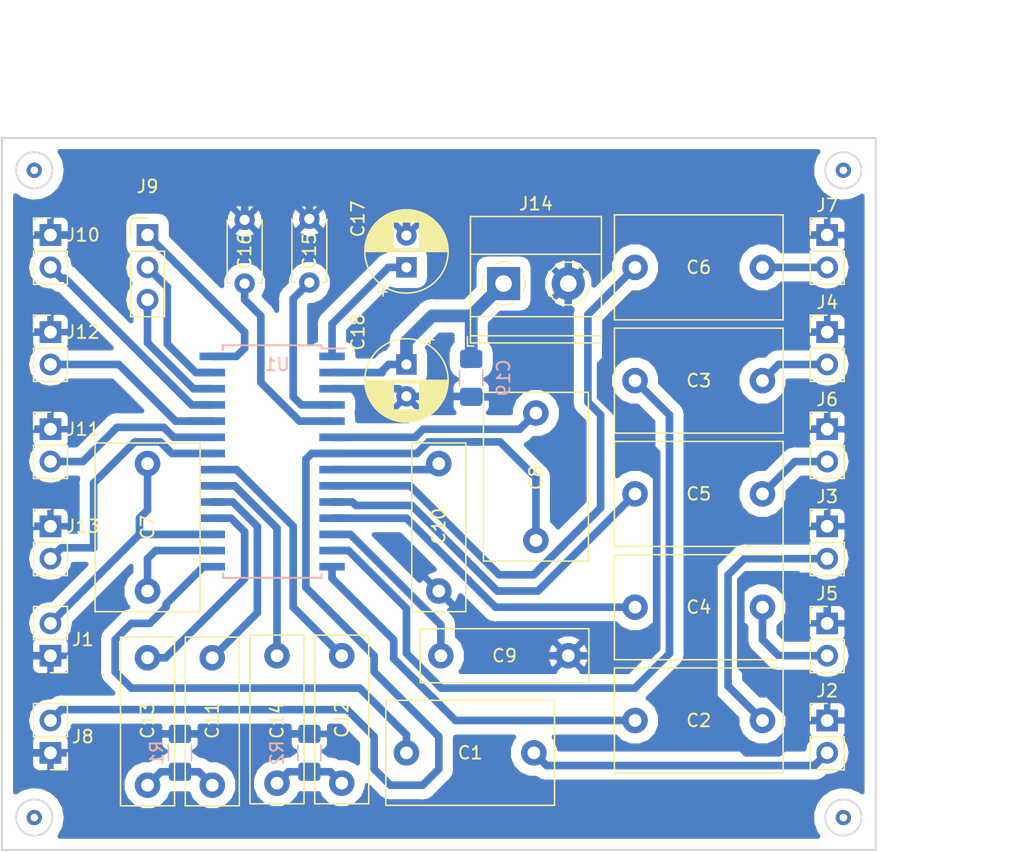
<source format=kicad_pcb>
(kicad_pcb (version 20171130) (host pcbnew 5.0.0)
  (layers (0 F.Cu signal) (31 B.Cu signal) (34 B.Paste user hide) (35 F.Paste user hide) (36 B.SilkS user) (37 F.SilkS user) (38 B.Mask user hide) (39 F.Mask user hide) (44 Edge.Cuts user))
  (net 0 "")
  (net 1 "Net-(C1-Pad2)")
  (net 2 "Net-(C1-Pad1)")
  (net 3 "Net-(C2-Pad1)")
  (net 4 "Net-(C2-Pad2)")
  (net 5 "Net-(C3-Pad2)")
  (net 6 "Net-(C3-Pad1)")
  (net 7 "Net-(C4-Pad1)")
  (net 8 "Net-(C4-Pad2)")
  (net 9 "Net-(C5-Pad2)")
  (net 10 "Net-(C5-Pad1)")
  (net 11 "Net-(C6-Pad1)")
  (net 12 "Net-(C6-Pad2)")
  (net 13 "Net-(C7-Pad2)")
  (net 14 "Net-(C7-Pad1)")
  (net 15 "Net-(C8-Pad1)")
  (net 16 "Net-(C8-Pad2)")
  (net 17 "Net-(C9-Pad2)")
  (net 18 GNDA)
  (net 19 "Net-(C10-Pad1)")
  (net 20 "Net-(C11-Pad1)")
  (net 21 "Net-(C11-Pad2)")
  (net 22 "Net-(C12-Pad2)")
  (net 23 "Net-(C12-Pad1)")
  (net 24 "Net-(C13-Pad2)")
  (net 25 "Net-(C14-Pad1)")
  (net 26 "Net-(C15-Pad2)")
  (net 27 "Net-(C16-Pad1)")
  (net 28 "Net-(C17-Pad1)")
  (net 29 GNDD)
  (net 30 +9VA)
  (net 31 "Net-(J9-Pad1)")
  (net 32 "Net-(J9-Pad2)")
  (net 33 "Net-(J10-Pad2)")
  (net 34 "Net-(J11-Pad2)")
  (net 35 "Net-(J12-Pad2)")
  (net 36 "Net-(J13-Pad2)")
  (module Capacitor_THT:C_Rect_L13.0mm_W8.0mm_P10.00mm_FKS3_FKP3_MKS4 (layer F.Cu) (at 218.44 109.22)
    (fp_text reference C1 (at 5 0) (layer F.SilkS))
    (fp_text value 0.47)
    (pad 1 thru_hole circle (at 0 0) (size 2 2) (drill 1) (layers *.Cu *.Mask) (net 2 "Net-(C1-Pad1)"))
    (pad 2 thru_hole circle (at 10 0) (size 2 2) (drill 1) (layers *.Cu *.Mask) (net 1 "Net-(C1-Pad2)"))
  )
  (module Capacitor_THT:C_Rect_L13.0mm_W8.0mm_P10.00mm_FKS3_FKP3_MKS4 (layer F.Cu) (at 236.38 106.68)
    (fp_text reference C2 (at 5 0) (layer F.SilkS))
    (fp_text value 0.47)
    (pad 1 thru_hole circle (at 0 0) (size 2 2) (drill 1) (layers *.Cu *.Mask) (net 3 "Net-(C2-Pad1)"))
    (pad 2 thru_hole circle (at 10 0) (size 2 2) (drill 1) (layers *.Cu *.Mask) (net 4 "Net-(C2-Pad2)"))
  )
  (module Capacitor_THT:C_Rect_L13.0mm_W8.0mm_P10.00mm_FKS3_FKP3_MKS4 (layer F.Cu) (at 236.38 80.01)
    (fp_text reference C3 (at 5 0) (layer F.SilkS))
    (fp_text value 0.47)
    (pad 2 thru_hole circle (at 10 0) (size 2 2) (drill 1) (layers *.Cu *.Mask) (net 5 "Net-(C3-Pad2)"))
    (pad 1 thru_hole circle (at 0 0) (size 2 2) (drill 1) (layers *.Cu *.Mask) (net 6 "Net-(C3-Pad1)"))
  )
  (module Capacitor_THT:C_Rect_L13.0mm_W8.0mm_P10.00mm_FKS3_FKP3_MKS4 (layer F.Cu) (at 236.38 97.79)
    (fp_text reference C4 (at 5 0) (layer F.SilkS))
    (fp_text value 0.47)
    (pad 1 thru_hole circle (at 0 0) (size 2 2) (drill 1) (layers *.Cu *.Mask) (net 7 "Net-(C4-Pad1)"))
    (pad 2 thru_hole circle (at 10 0) (size 2 2) (drill 1) (layers *.Cu *.Mask) (net 8 "Net-(C4-Pad2)"))
  )
  (module Capacitor_THT:C_Rect_L13.0mm_W8.0mm_P10.00mm_FKS3_FKP3_MKS4 (layer F.Cu) (at 236.38 88.9)
    (fp_text reference C5 (at 5 0) (layer F.SilkS))
    (fp_text value 0.47)
    (pad 2 thru_hole circle (at 10 0) (size 2 2) (drill 1) (layers *.Cu *.Mask) (net 9 "Net-(C5-Pad2)"))
    (pad 1 thru_hole circle (at 0 0) (size 2 2) (drill 1) (layers *.Cu *.Mask) (net 10 "Net-(C5-Pad1)"))
  )
  (module Capacitor_THT:C_Rect_L13.0mm_W8.0mm_P10.00mm_FKS3_FKP3_MKS4 (layer F.Cu) (at 236.38 71.12)
    (fp_text reference C6 (at 5 0) (layer F.SilkS))
    (fp_text value 0.47)
    (pad 1 thru_hole circle (at 0 0) (size 2 2) (drill 1) (layers *.Cu *.Mask) (net 11 "Net-(C6-Pad1)"))
    (pad 2 thru_hole circle (at 10 0) (size 2 2) (drill 1) (layers *.Cu *.Mask) (net 12 "Net-(C6-Pad2)"))
  )
  (module Capacitor_THT:C_Rect_L13.0mm_W8.0mm_P10.00mm_FKS3_FKP3_MKS4 (layer F.Cu) (at 198.12 96.52 90)
    (fp_text reference C7 (at 5 0 90) (layer F.SilkS))
    (fp_text value 0.47)
    (pad 2 thru_hole circle (at 10 0 90) (size 2 2) (drill 1) (layers *.Cu *.Mask) (net 13 "Net-(C7-Pad2)"))
    (pad 1 thru_hole circle (at 0 0 90) (size 2 2) (drill 1) (layers *.Cu *.Mask) (net 14 "Net-(C7-Pad1)"))
  )
  (module Capacitor_THT:C_Rect_L13.0mm_W8.0mm_P10.00mm_FKS3_FKP3_MKS4 (layer F.Cu) (at 228.6 82.55 270)
    (fp_text reference C8 (at 5.08 0 270) (layer F.SilkS))
    (fp_text value 0.47)
    (pad 2 thru_hole circle (at 10 0 270) (size 2 2) (drill 1) (layers *.Cu *.Mask) (net 16 "Net-(C8-Pad2)"))
    (pad 1 thru_hole circle (at 0 0 270) (size 2 2) (drill 1) (layers *.Cu *.Mask) (net 15 "Net-(C8-Pad1)"))
  )
  (module Capacitor_THT:C_Rect_L13.0mm_W4.0mm_P10.00mm_FKS3_FKP3_MKS4 (layer F.Cu) (at 231.14 101.6 180)
    (fp_text reference C9 (at 5 0 180) (layer F.SilkS))
    (fp_text value 0.1)
    (pad 1 thru_hole circle (at 0 0 180) (size 2 2) (drill 1) (layers *.Cu *.Mask) (net 18 GNDA))
    (pad 2 thru_hole circle (at 10 0 180) (size 2 2) (drill 1) (layers *.Cu *.Mask) (net 17 "Net-(C9-Pad2)"))
  )
  (module Capacitor_THT:C_Rect_L13.0mm_W4.0mm_P10.00mm_FKS3_FKP3_MKS4 (layer F.Cu) (at 220.98 86.52 270)
    (fp_text reference C10 (at 4.92 0 270) (layer F.SilkS))
    (fp_text value 0.1)
    (pad 2 thru_hole circle (at 10 0 270) (size 2 2) (drill 1) (layers *.Cu *.Mask) (net 18 GNDA))
    (pad 1 thru_hole circle (at 0 0 270) (size 2 2) (drill 1) (layers *.Cu *.Mask) (net 19 "Net-(C10-Pad1)"))
  )
  (module Capacitor_THT:C_Rect_L13.0mm_W4.0mm_P10.00mm_FKS3_FKP3_MKS4 (layer F.Cu) (at 203.2 111.76 90)
    (fp_text reference C11 (at 5.08 0 90) (layer F.SilkS))
    (fp_text value 0.1)
    (pad 1 thru_hole circle (at 0 0 90) (size 2 2) (drill 1) (layers *.Cu *.Mask) (net 20 "Net-(C11-Pad1)"))
    (pad 2 thru_hole circle (at 10 0 90) (size 2 2) (drill 1) (layers *.Cu *.Mask) (net 21 "Net-(C11-Pad2)"))
  )
  (module Capacitor_THT:C_Rect_L13.0mm_W4.0mm_P10.00mm_FKS3_FKP3_MKS4 (layer F.Cu) (at 213.36 101.6 270)
    (fp_text reference C12 (at 5 0 270) (layer F.SilkS))
    (fp_text value 0.1)
    (pad 2 thru_hole circle (at 10 0 270) (size 2 2) (drill 1) (layers *.Cu *.Mask) (net 22 "Net-(C12-Pad2)"))
    (pad 1 thru_hole circle (at 0 0 270) (size 2 2) (drill 1) (layers *.Cu *.Mask) (net 23 "Net-(C12-Pad1)"))
  )
  (module Capacitor_THT:C_Rect_L13.0mm_W4.0mm_P10.00mm_FKS3_FKP3_MKS4 (layer F.Cu) (at 198.12 111.76 90)
    (fp_text reference C13 (at 5.08 0 90) (layer F.SilkS))
    (fp_text value 0.1)
    (pad 2 thru_hole circle (at 10 0 90) (size 2 2) (drill 1) (layers *.Cu *.Mask) (net 24 "Net-(C13-Pad2)"))
    (pad 1 thru_hole circle (at 0 0 90) (size 2 2) (drill 1) (layers *.Cu *.Mask) (net 20 "Net-(C11-Pad1)"))
  )
  (module Capacitor_THT:C_Rect_L13.0mm_W4.0mm_P10.00mm_FKS3_FKP3_MKS4 (layer F.Cu) (at 208.28 101.6 270)
    (fp_text reference C14 (at 5.08 0 270) (layer F.SilkS))
    (fp_text value 0.1)
    (pad 1 thru_hole circle (at 0 0 270) (size 2 2) (drill 1) (layers *.Cu *.Mask) (net 25 "Net-(C14-Pad1)"))
    (pad 2 thru_hole circle (at 10 0 270) (size 2 2) (drill 1) (layers *.Cu *.Mask) (net 22 "Net-(C12-Pad2)"))
  )
  (module Capacitor_THT:C_Disc_D4.7mm_W2.5mm_P5.00mm (layer F.Cu) (at 210.82 67.31 270)
    (fp_text reference C15 (at 2.54 0 270) (layer F.SilkS))
    (fp_text value 2700)
    (pad 1 thru_hole circle (at 0 0 270) (size 1.6 1.6) (drill 0.8) (layers *.Cu *.Mask) (net 18 GNDA))
    (pad 2 thru_hole circle (at 5 0 270) (size 1.6 1.6) (drill 0.8) (layers *.Cu *.Mask) (net 26 "Net-(C15-Pad2)"))
  )
  (module Capacitor_THT:C_Disc_D4.7mm_W2.5mm_P5.00mm (layer F.Cu) (at 205.74 72.39 90)
    (fp_text reference C16 (at 2.54 0 90) (layer F.SilkS))
    (fp_text value 2700)
    (pad 2 thru_hole circle (at 5 0 90) (size 1.6 1.6) (drill 0.8) (layers *.Cu *.Mask) (net 18 GNDA))
    (pad 1 thru_hole circle (at 0 0 90) (size 1.6 1.6) (drill 0.8) (layers *.Cu *.Mask) (net 27 "Net-(C16-Pad1)"))
  )
  (module Capacitor_THT:CP_Radial_D6.3mm_P2.50mm (layer F.Cu) (at 218.44 71.12 90)
    (fp_text reference C17 (at 3.81 -3.81 90) (layer F.SilkS))
    (fp_text value 22.0)
    (pad 1 thru_hole rect (at 0 0 90) (size 1.6 1.6) (drill 0.8) (layers *.Cu *.Mask) (net 28 "Net-(C17-Pad1)"))
    (pad 2 thru_hole circle (at 2.5 0 90) (size 1.6 1.6) (drill 0.8) (layers *.Cu *.Mask) (net 18 GNDA))
  )
  (module Capacitor_THT:CP_Radial_D6.3mm_P2.50mm (layer F.Cu) (at 218.44 78.74 270)
    (fp_text reference C18 (at -2.54 3.81 270) (layer F.SilkS))
    (fp_text value 100.0)
    (pad 2 thru_hole circle (at 2.5 0 270) (size 1.6 1.6) (drill 0.8) (layers *.Cu *.Mask) (net 18 GNDA))
    (pad 1 thru_hole rect (at 0 0 270) (size 1.6 1.6) (drill 0.8) (layers *.Cu *.Mask) (net 30 +9VA))
  )
  (module Capacitor_SMD:C_1206_3216Metric_Pad1.42x1.75mm_HandSolder (layer B.Cu) (at 223.52 79.7925 90)
    (fp_text reference C19 (at 0 2.54 90) (layer B.SilkS) (effects (justify mirror)))
    (fp_text value 0.1)
    (pad 1 smd roundrect (at -1.4875 0 90) (size 1.425 1.75) (layers B.Cu B.Paste B.Mask) (roundrect_rratio 0.175439) (net 18 GNDA))
    (pad 2 smd roundrect (at 1.4875 0 90) (size 1.425 1.75) (layers B.Cu B.Paste B.Mask) (roundrect_rratio 0.175439) (net 30 +9VA))
  )
  (module Connector_PinHeader_2.54mm:PinHeader_1x02_P2.54mm_Vertical (layer F.Cu) (at 190.5 101.6 180)
    (fp_text reference J1 (at -2.54 1.27 180) (layer F.SilkS))
    (fp_text value SP_L)
    (pad 2 thru_hole oval (at 0 2.54 180) (size 1.7 1.7) (drill 1) (layers *.Cu *.Mask) (net 13 "Net-(C7-Pad2)"))
    (pad 1 thru_hole rect (at 0 0 180) (size 1.7 1.7) (drill 1) (layers *.Cu *.Mask) (net 18 GNDA))
  )
  (module Connector_PinHeader_2.54mm:PinHeader_1x02_P2.54mm_Vertical (layer F.Cu) (at 251.46 106.68)
    (fp_text reference J2 (at 0 -2.33) (layer F.SilkS))
    (fp_text value IN1_L)
    (pad 2 thru_hole oval (at 0 2.54) (size 1.7 1.7) (drill 1) (layers *.Cu *.Mask) (net 1 "Net-(C1-Pad2)"))
    (pad 1 thru_hole rect (at 0 0) (size 1.7 1.7) (drill 1) (layers *.Cu *.Mask) (net 18 GNDA))
  )
  (module Connector_PinHeader_2.54mm:PinHeader_1x02_P2.54mm_Vertical (layer F.Cu) (at 251.46 91.44)
    (fp_text reference J3 (at 0 -2.33) (layer F.SilkS))
    (fp_text value IN2_L)
    (pad 1 thru_hole rect (at 0 0) (size 1.7 1.7) (drill 1) (layers *.Cu *.Mask) (net 18 GNDA))
    (pad 2 thru_hole oval (at 0 2.54) (size 1.7 1.7) (drill 1) (layers *.Cu *.Mask) (net 4 "Net-(C2-Pad2)"))
  )
  (module Connector_PinHeader_2.54mm:PinHeader_1x02_P2.54mm_Vertical (layer F.Cu) (at 251.46 76.2)
    (fp_text reference J4 (at 0 -2.33) (layer F.SilkS))
    (fp_text value IN3_L)
    (pad 2 thru_hole oval (at 0 2.54) (size 1.7 1.7) (drill 1) (layers *.Cu *.Mask) (net 5 "Net-(C3-Pad2)"))
    (pad 1 thru_hole rect (at 0 0) (size 1.7 1.7) (drill 1) (layers *.Cu *.Mask) (net 18 GNDA))
  )
  (module Connector_PinHeader_2.54mm:PinHeader_1x02_P2.54mm_Vertical (layer F.Cu) (at 251.46 99.06)
    (fp_text reference J5 (at 0 -2.33) (layer F.SilkS))
    (fp_text value IN1_R)
    (pad 1 thru_hole rect (at 0 0) (size 1.7 1.7) (drill 1) (layers *.Cu *.Mask) (net 18 GNDA))
    (pad 2 thru_hole oval (at 0 2.54) (size 1.7 1.7) (drill 1) (layers *.Cu *.Mask) (net 8 "Net-(C4-Pad2)"))
  )
  (module Connector_PinHeader_2.54mm:PinHeader_1x02_P2.54mm_Vertical (layer F.Cu) (at 251.46 83.82)
    (fp_text reference J6 (at 0 -2.33) (layer F.SilkS))
    (fp_text value IN2_R)
    (pad 2 thru_hole oval (at 0 2.54) (size 1.7 1.7) (drill 1) (layers *.Cu *.Mask) (net 9 "Net-(C5-Pad2)"))
    (pad 1 thru_hole rect (at 0 0) (size 1.7 1.7) (drill 1) (layers *.Cu *.Mask) (net 18 GNDA))
  )
  (module Connector_PinHeader_2.54mm:PinHeader_1x02_P2.54mm_Vertical (layer F.Cu) (at 251.46 68.58)
    (fp_text reference J7 (at 0 -2.33) (layer F.SilkS))
    (fp_text value IN3_R)
    (pad 1 thru_hole rect (at 0 0) (size 1.7 1.7) (drill 1) (layers *.Cu *.Mask) (net 18 GNDA))
    (pad 2 thru_hole oval (at 0 2.54) (size 1.7 1.7) (drill 1) (layers *.Cu *.Mask) (net 12 "Net-(C6-Pad2)"))
  )
  (module Connector_PinHeader_2.54mm:PinHeader_1x02_P2.54mm_Vertical (layer F.Cu) (at 190.5 109.22 180)
    (fp_text reference J8 (at -2.54 1.27 180) (layer F.SilkS))
    (fp_text value SP_R)
    (pad 1 thru_hole rect (at 0 0 180) (size 1.7 1.7) (drill 1) (layers *.Cu *.Mask) (net 18 GNDA))
    (pad 2 thru_hole oval (at 0 2.54 180) (size 1.7 1.7) (drill 1) (layers *.Cu *.Mask) (net 16 "Net-(C8-Pad2)"))
  )
  (module Connector_PinHeader_2.54mm:PinHeader_1x03_P2.54mm_Vertical (layer F.Cu) (at 198.12 68.58)
    (fp_text reference J9 (at 0 -3.81) (layer F.SilkS))
    (fp_text value I2C)
    (pad 1 thru_hole rect (at 0 0) (size 1.7 1.7) (drill 1) (layers *.Cu *.Mask) (net 31 "Net-(J9-Pad1)"))
    (pad 2 thru_hole oval (at 0 2.54) (size 1.7 1.7) (drill 1) (layers *.Cu *.Mask) (net 32 "Net-(J9-Pad2)"))
    (pad 3 thru_hole oval (at 0 5.08) (size 1.7 1.7) (drill 1) (layers *.Cu *.Mask) (net 29 GNDD))
  )
  (module Connector_PinHeader_2.54mm:PinHeader_1x02_P2.54mm_Vertical (layer F.Cu) (at 190.5 68.58)
    (fp_text reference J10 (at 2.54 0) (layer F.SilkS))
    (fp_text value OUT_FL)
    (pad 2 thru_hole oval (at 0 2.54) (size 1.7 1.7) (drill 1) (layers *.Cu *.Mask) (net 33 "Net-(J10-Pad2)"))
    (pad 1 thru_hole rect (at 0 0) (size 1.7 1.7) (drill 1) (layers *.Cu *.Mask) (net 18 GNDA))
  )
  (module Connector_PinHeader_2.54mm:PinHeader_1x02_P2.54mm_Vertical (layer F.Cu) (at 190.5 83.82)
    (fp_text reference J11 (at 2.54 0) (layer F.SilkS))
    (fp_text value OUT_RL)
    (pad 1 thru_hole rect (at 0 0) (size 1.7 1.7) (drill 1) (layers *.Cu *.Mask) (net 18 GNDA))
    (pad 2 thru_hole oval (at 0 2.54) (size 1.7 1.7) (drill 1) (layers *.Cu *.Mask) (net 34 "Net-(J11-Pad2)"))
  )
  (module Connector_PinHeader_2.54mm:PinHeader_1x02_P2.54mm_Vertical (layer F.Cu) (at 190.5 76.2)
    (fp_text reference J12 (at 2.54 0) (layer F.SilkS))
    (fp_text value OUT_FR)
    (pad 2 thru_hole oval (at 0 2.54) (size 1.7 1.7) (drill 1) (layers *.Cu *.Mask) (net 35 "Net-(J12-Pad2)"))
    (pad 1 thru_hole rect (at 0 0) (size 1.7 1.7) (drill 1) (layers *.Cu *.Mask) (net 18 GNDA))
  )
  (module Connector_PinHeader_2.54mm:PinHeader_1x02_P2.54mm_Vertical (layer F.Cu) (at 190.5 91.44)
    (fp_text reference J13 (at 2.54 0) (layer F.SilkS))
    (fp_text value OUT_RR)
    (pad 1 thru_hole rect (at 0 0) (size 1.7 1.7) (drill 1) (layers *.Cu *.Mask) (net 18 GNDA))
    (pad 2 thru_hole oval (at 0 2.54) (size 1.7 1.7) (drill 1) (layers *.Cu *.Mask) (net 36 "Net-(J13-Pad2)"))
  )
  (module TerminalBlock_Phoenix:TerminalBlock_Phoenix_MKDS-1,5-2-5.08_1x02_P5.08mm_Horizontal (layer F.Cu) (at 226.06 72.39)
    (fp_text reference J14 (at 2.54 -6.26) (layer F.SilkS))
    (fp_text value PWR)
    (pad 1 thru_hole rect (at 0 0) (size 2.6 2.6) (drill 1.3) (layers *.Cu *.Mask) (net 30 +9VA))
    (pad 2 thru_hole circle (at 5.08 0) (size 2.6 2.6) (drill 1.3) (layers *.Cu *.Mask) (net 18 GNDA))
  )
  (module Resistor_SMD:R_1206_3216Metric_Pad1.42x1.75mm_HandSolder (layer B.Cu) (at 200.66 109.22 270)
    (fp_text reference R1 (at 0 1.82 270) (layer B.SilkS) (effects (justify mirror)))
    (fp_text value 5k6)
    (pad 2 smd roundrect (at 1.4875 0 270) (size 1.425 1.75) (layers B.Cu B.Paste B.Mask) (roundrect_rratio 0.175439) (net 20 "Net-(C11-Pad1)"))
    (pad 1 smd roundrect (at -1.4875 0 270) (size 1.425 1.75) (layers B.Cu B.Paste B.Mask) (roundrect_rratio 0.175439) (net 18 GNDA))
  )
  (module Resistor_SMD:R_1206_3216Metric_Pad1.42x1.75mm_HandSolder (layer B.Cu) (at 210.82 109.22 90)
    (fp_text reference R2 (at 0 -2.54 90) (layer B.SilkS) (effects (justify mirror)))
    (fp_text value 5k6)
    (pad 1 smd roundrect (at -1.4875 0 90) (size 1.425 1.75) (layers B.Cu B.Paste B.Mask) (roundrect_rratio 0.175439) (net 22 "Net-(C12-Pad2)"))
    (pad 2 smd roundrect (at 1.4875 0 90) (size 1.425 1.75) (layers B.Cu B.Paste B.Mask) (roundrect_rratio 0.175439) (net 18 GNDA))
  )
  (module Package_SO:SOIC-28W_7.5x17.9mm_P1.27mm (layer B.Cu) (at 207.9 86.36 180)
    (fp_text reference U1 (at -0.38 7.62 180) (layer B.SilkS) (effects (justify mirror)))
    (fp_text value TDA7313)
    (pad 1 smd rect (at -4.7 8.255 180) (size 2 0.6) (layers B.Cu B.Paste B.Mask) (net 28 "Net-(C17-Pad1)"))
    (pad 2 smd rect (at -4.7 6.985 180) (size 2 0.6) (layers B.Cu B.Paste B.Mask) (net 30 +9VA))
    (pad 3 smd rect (at -4.7 5.715 180) (size 2 0.6) (layers B.Cu B.Paste B.Mask) (net 18 GNDA))
    (pad 4 smd rect (at -4.7 4.445 180) (size 2 0.6) (layers B.Cu B.Paste B.Mask) (net 26 "Net-(C15-Pad2)"))
    (pad 5 smd rect (at -4.7 3.175 180) (size 2 0.6) (layers B.Cu B.Paste B.Mask) (net 27 "Net-(C16-Pad1)"))
    (pad 6 smd rect (at -4.7 1.905 180) (size 2 0.6) (layers B.Cu B.Paste B.Mask) (net 15 "Net-(C8-Pad1)"))
    (pad 7 smd rect (at -4.7 0.635 180) (size 2 0.6) (layers B.Cu B.Paste B.Mask) (net 16 "Net-(C8-Pad2)"))
    (pad 8 smd rect (at -4.7 -0.635 180) (size 2 0.6) (layers B.Cu B.Paste B.Mask) (net 19 "Net-(C10-Pad1)"))
    (pad 9 smd rect (at -4.7 -1.905 180) (size 2 0.6) (layers B.Cu B.Paste B.Mask) (net 11 "Net-(C6-Pad1)"))
    (pad 10 smd rect (at -4.7 -3.175 180) (size 2 0.6) (layers B.Cu B.Paste B.Mask) (net 10 "Net-(C5-Pad1)"))
    (pad 11 smd rect (at -4.7 -4.445 180) (size 2 0.6) (layers B.Cu B.Paste B.Mask) (net 7 "Net-(C4-Pad1)"))
    (pad 12 smd rect (at -4.7 -5.715 180) (size 2 0.6) (layers B.Cu B.Paste B.Mask) (net 17 "Net-(C9-Pad2)"))
    (pad 13 smd rect (at -4.7 -6.985 180) (size 2 0.6) (layers B.Cu B.Paste B.Mask) (net 6 "Net-(C3-Pad1)"))
    (pad 14 smd rect (at -4.7 -8.255 180) (size 2 0.6) (layers B.Cu B.Paste B.Mask) (net 3 "Net-(C2-Pad1)"))
    (pad 15 smd rect (at 4.7 -8.255 180) (size 2 0.6) (layers B.Cu B.Paste B.Mask) (net 2 "Net-(C1-Pad1)"))
    (pad 16 smd rect (at 4.7 -6.985 180) (size 2 0.6) (layers B.Cu B.Paste B.Mask) (net 14 "Net-(C7-Pad1)"))
    (pad 17 smd rect (at 4.7 -5.715 180) (size 2 0.6) (layers B.Cu B.Paste B.Mask) (net 13 "Net-(C7-Pad2)"))
    (pad 18 smd rect (at 4.7 -4.445 180) (size 2 0.6) (layers B.Cu B.Paste B.Mask) (net 24 "Net-(C13-Pad2)"))
    (pad 19 smd rect (at 4.7 -3.175 180) (size 2 0.6) (layers B.Cu B.Paste B.Mask) (net 21 "Net-(C11-Pad2)"))
    (pad 20 smd rect (at 4.7 -1.905 180) (size 2 0.6) (layers B.Cu B.Paste B.Mask) (net 25 "Net-(C14-Pad1)"))
    (pad 21 smd rect (at 4.7 -0.635 180) (size 2 0.6) (layers B.Cu B.Paste B.Mask) (net 23 "Net-(C12-Pad1)"))
    (pad 22 smd rect (at 4.7 0.635 180) (size 2 0.6) (layers B.Cu B.Paste B.Mask) (net 36 "Net-(J13-Pad2)"))
    (pad 23 smd rect (at 4.7 1.905 180) (size 2 0.6) (layers B.Cu B.Paste B.Mask) (net 34 "Net-(J11-Pad2)"))
    (pad 24 smd rect (at 4.7 3.175 180) (size 2 0.6) (layers B.Cu B.Paste B.Mask) (net 35 "Net-(J12-Pad2)"))
    (pad 25 smd rect (at 4.7 4.445 180) (size 2 0.6) (layers B.Cu B.Paste B.Mask) (net 33 "Net-(J10-Pad2)"))
    (pad 26 smd rect (at 4.7 5.715 180) (size 2 0.6) (layers B.Cu B.Paste B.Mask) (net 29 GNDD))
    (pad 27 smd rect (at 4.7 6.985 180) (size 2 0.6) (layers B.Cu B.Paste B.Mask) (net 32 "Net-(J9-Pad2)"))
    (pad 28 smd rect (at 4.7 8.255 180) (size 2 0.6) (layers B.Cu B.Paste B.Mask) (net 31 "Net-(J9-Pad1)"))
  )
  (gr_circle (center 252.73 63.5) (end 253.365 64.77) (layer Edge.Cuts) (width 0.15))
  (gr_circle (center 252.73 114.3) (end 253.365 115.57) (layer Edge.Cuts) (width 0.15))
  (gr_line (start 255.27 60.96) (end 186.69 60.96) (layer Edge.Cuts) (width 0.15))
  (gr_line (start 255.27 116.84) (end 255.27 60.96) (layer Edge.Cuts) (width 0.15))
  (gr_line (start 186.69 116.84) (end 255.27 116.84) (layer Edge.Cuts) (width 0.15))
  (gr_line (start 186.69 60.96) (end 186.69 116.84) (layer Edge.Cuts) (width 0.15))
  (gr_circle (center 189.23 114.3) (end 189.865 115.57) (layer Edge.Cuts) (width 0.15))
  (gr_circle (center 189.23 63.5) (end 190.5 62.865) (layer Edge.Cuts) (width 0.15))
  (via (at 189.23 63.5) (size 1.2) (drill 0.6) (layers F.Cu B.Cu) (net 0))
  (via (at 189.23 114.3) (size 1.2) (drill 0.6) (layers F.Cu B.Cu) (net 0))
  (via (at 252.73 114.3) (size 1.2) (drill 0.6) (layers F.Cu B.Cu) (net 0))
  (via (at 252.73 63.5) (size 1.2) (drill 0.6) (layers F.Cu B.Cu) (net 0))
  (segment (start 250.610001 110.069999) (end 251.46 109.22) (width 0.6) (layer B.Cu) (net 1))
  (segment (start 228.44 109.22) (end 229.440011 110.220011) (width 0.6) (layer B.Cu) (net 1))
  (segment (start 229.440011 110.220011) (end 250.459989 110.220011) (width 0.6) (layer B.Cu) (net 1))
  (segment (start 250.459989 110.220011) (end 250.610001 110.069999) (width 0.6) (layer B.Cu) (net 1))
  (segment (start 203.2 94.615) (end 202.5 94.615) (width 0.6) (layer B.Cu) (net 2))
  (segment (start 202.5 94.615) (end 199.573998 97.541002) (width 0.6) (layer B.Cu) (net 2))
  (segment (start 199.573998 97.541002) (end 199.573998 97.79) (width 0.6) (layer B.Cu) (net 2))
  (segment (start 199.573998 97.79) (end 198.303998 99.06) (width 0.6) (layer B.Cu) (net 2))
  (segment (start 198.303998 99.06) (end 196.85 99.06) (width 0.6) (layer B.Cu) (net 2))
  (segment (start 214.774213 104.14) (end 218.44 107.805787) (width 0.6) (layer B.Cu) (net 2))
  (segment (start 196.85 104.14) (end 214.774213 104.14) (width 0.6) (layer B.Cu) (net 2))
  (segment (start 218.44 107.805787) (end 218.44 109.22) (width 0.6) (layer B.Cu) (net 2))
  (segment (start 195.58 102.87) (end 196.85 104.14) (width 0.6) (layer B.Cu) (net 2))
  (segment (start 195.58 100.33) (end 195.58 102.87) (width 0.6) (layer B.Cu) (net 2))
  (segment (start 196.85 99.06) (end 195.58 100.33) (width 0.6) (layer B.Cu) (net 2))
  (segment (start 217.439989 100.354989) (end 212.6 95.515) (width 0.6) (layer B.Cu) (net 3))
  (segment (start 212.6 95.515) (end 212.6 94.615) (width 0.6) (layer B.Cu) (net 3))
  (segment (start 222.289769 106.68) (end 217.439989 101.83022) (width 0.6) (layer B.Cu) (net 3))
  (segment (start 236.38 106.68) (end 222.289769 106.68) (width 0.6) (layer B.Cu) (net 3))
  (segment (start 217.439989 101.83022) (end 217.439989 100.354989) (width 0.6) (layer B.Cu) (net 3))
  (segment (start 243.679988 103.979988) (end 246.38 106.68) (width 0.6) (layer B.Cu) (net 4))
  (segment (start 243.679988 95.265783) (end 243.679988 103.979988) (width 0.6) (layer B.Cu) (net 4))
  (segment (start 244.965772 93.98) (end 243.679988 95.265783) (width 0.6) (layer B.Cu) (net 4))
  (segment (start 251.46 93.98) (end 244.965772 93.98) (width 0.6) (layer B.Cu) (net 4))
  (segment (start 247.65 78.74) (end 246.38 80.01) (width 0.6) (layer B.Cu) (net 5))
  (segment (start 251.46 78.74) (end 247.65 78.74) (width 0.6) (layer B.Cu) (net 5))
  (segment (start 212.6 93.345) (end 213.890002 93.345) (width 0.6) (layer B.Cu) (net 6))
  (segment (start 239.080012 101.424217) (end 239.080012 82.710012) (width 0.6) (layer B.Cu) (net 6))
  (segment (start 239.080012 82.710012) (end 236.38 80.01) (width 0.6) (layer B.Cu) (net 6))
  (segment (start 221.163998 104.14) (end 236.364229 104.14) (width 0.6) (layer B.Cu) (net 6))
  (segment (start 218.44 101.416002) (end 221.163998 104.14) (width 0.6) (layer B.Cu) (net 6))
  (segment (start 213.890002 93.345) (end 218.44 97.894998) (width 0.6) (layer B.Cu) (net 6))
  (segment (start 218.44 97.894998) (end 218.44 101.416002) (width 0.6) (layer B.Cu) (net 6))
  (segment (start 236.364229 104.14) (end 239.080012 101.424217) (width 0.6) (layer B.Cu) (net 6))
  (segment (start 212.6 90.805) (end 214.2 90.805) (width 0.6) (layer B.Cu) (net 7))
  (segment (start 225.425 97.79) (end 218.44 90.805) (width 0.6) (layer B.Cu) (net 7))
  (segment (start 236.38 97.79) (end 225.425 97.79) (width 0.6) (layer B.Cu) (net 7))
  (segment (start 212.6 90.805) (end 218.44 90.805) (width 0.6) (layer B.Cu) (net 7))
  (segment (start 246.38 97.79) (end 246.38 100.33) (width 0.6) (layer B.Cu) (net 8))
  (segment (start 247.65 101.6) (end 251.46 101.6) (width 0.6) (layer B.Cu) (net 8))
  (segment (start 246.38 100.33) (end 247.65 101.6) (width 0.6) (layer B.Cu) (net 8))
  (segment (start 248.92 86.36) (end 246.38 88.9) (width 0.6) (layer B.Cu) (net 9))
  (segment (start 251.46 86.36) (end 248.92 86.36) (width 0.6) (layer B.Cu) (net 9))
  (segment (start 218.854217 89.80499) (end 225.569226 96.52) (width 0.6) (layer B.Cu) (net 10))
  (segment (start 214.46999 89.80499) (end 218.854217 89.80499) (width 0.6) (layer B.Cu) (net 10))
  (segment (start 212.6 89.535) (end 214.2 89.535) (width 0.6) (layer B.Cu) (net 10))
  (segment (start 214.2 89.535) (end 214.46999 89.80499) (width 0.6) (layer B.Cu) (net 10))
  (segment (start 228.76 96.52) (end 236.38 88.9) (width 0.6) (layer B.Cu) (net 10))
  (segment (start 225.569226 96.52) (end 228.76 96.52) (width 0.6) (layer B.Cu) (net 10))
  (segment (start 212.6 88.265) (end 218.728452 88.265) (width 0.6) (layer B.Cu) (net 11))
  (segment (start 218.728452 88.265) (end 225.713452 95.25) (width 0.6) (layer B.Cu) (net 11))
  (segment (start 225.713452 95.25) (end 228.416002 95.25) (width 0.6) (layer B.Cu) (net 11))
  (segment (start 232.67999 74.82001) (end 236.38 71.12) (width 0.6) (layer B.Cu) (net 11))
  (segment (start 233.68 89.986002) (end 233.68 82.694228) (width 0.6) (layer B.Cu) (net 11))
  (segment (start 232.67999 81.694218) (end 232.67999 74.82001) (width 0.6) (layer B.Cu) (net 11))
  (segment (start 233.68 82.694228) (end 232.67999 81.694218) (width 0.6) (layer B.Cu) (net 11))
  (segment (start 228.416002 95.25) (end 233.68 89.986002) (width 0.6) (layer B.Cu) (net 11))
  (segment (start 251.46 71.12) (end 246.38 71.12) (width 0.6) (layer B.Cu) (net 12))
  (segment (start 203.2 92.075) (end 197.485 92.075) (width 0.6) (layer B.Cu) (net 13))
  (segment (start 197.485 92.075) (end 190.5 99.06) (width 0.6) (layer B.Cu) (net 13))
  (segment (start 197.485 92.075) (end 197.485 90.805) (width 0.6) (layer B.Cu) (net 13))
  (segment (start 198.12 90.17) (end 198.12 86.52) (width 0.6) (layer B.Cu) (net 13))
  (segment (start 197.485 90.805) (end 198.12 90.17) (width 0.6) (layer B.Cu) (net 13))
  (segment (start 203.2 93.345) (end 198.755 93.345) (width 0.6) (layer B.Cu) (net 14))
  (segment (start 198.12 93.98) (end 198.12 96.52) (width 0.6) (layer B.Cu) (net 14))
  (segment (start 198.755 93.345) (end 198.12 93.98) (width 0.6) (layer B.Cu) (net 14))
  (segment (start 212.6 84.455) (end 214.2 84.455) (width 0.6) (layer B.Cu) (net 15))
  (segment (start 227.330012 83.819988) (end 228.6 82.55) (width 0.6) (layer B.Cu) (net 15))
  (segment (start 219.749781 83.819988) (end 227.330012 83.819988) (width 0.6) (layer B.Cu) (net 15))
  (segment (start 212.6 84.455) (end 219.11477 84.455) (width 0.6) (layer B.Cu) (net 15))
  (segment (start 219.11477 84.455) (end 219.749781 83.819988) (width 0.6) (layer B.Cu) (net 15))
  (segment (start 211 85.725) (end 212.6 85.725) (width 0.6) (layer B.Cu) (net 16))
  (segment (start 210.550011 86.174989) (end 211 85.725) (width 0.6) (layer B.Cu) (net 16))
  (segment (start 215.9 102.87) (end 215.9 101.6) (width 0.6) (layer B.Cu) (net 16))
  (segment (start 220.98 107.95) (end 215.9 102.87) (width 0.6) (layer B.Cu) (net 16))
  (segment (start 220.98 110.49) (end 220.98 107.95) (width 0.6) (layer B.Cu) (net 16))
  (segment (start 215.9 101.6) (end 210.550011 96.250011) (width 0.6) (layer B.Cu) (net 16))
  (segment (start 191.349999 105.830001) (end 213.780001 105.830001) (width 0.6) (layer B.Cu) (net 16))
  (segment (start 215.9 107.95) (end 215.9 110.49) (width 0.6) (layer B.Cu) (net 16))
  (segment (start 190.5 106.68) (end 191.349999 105.830001) (width 0.6) (layer B.Cu) (net 16))
  (segment (start 217.17 111.76) (end 219.71 111.76) (width 0.6) (layer B.Cu) (net 16))
  (segment (start 210.550011 96.250011) (end 210.550011 86.174989) (width 0.6) (layer B.Cu) (net 16))
  (segment (start 219.71 111.76) (end 220.98 110.49) (width 0.6) (layer B.Cu) (net 16))
  (segment (start 213.780001 105.830001) (end 215.9 107.95) (width 0.6) (layer B.Cu) (net 16))
  (segment (start 215.9 110.49) (end 217.17 111.76) (width 0.6) (layer B.Cu) (net 16))
  (segment (start 212.6 85.725) (end 219.258998 85.725) (width 0.6) (layer B.Cu) (net 16))
  (segment (start 219.258998 85.725) (end 220.163999 84.819999) (width 0.6) (layer B.Cu) (net 16))
  (segment (start 228.6 92.55) (end 228.6 87.63) (width 0.6) (layer B.Cu) (net 16))
  (segment (start 225.789999 84.819999) (end 223.52 84.819999) (width 0.6) (layer B.Cu) (net 16))
  (segment (start 228.6 87.63) (end 225.789999 84.819999) (width 0.6) (layer B.Cu) (net 16))
  (segment (start 220.163999 84.819999) (end 223.52 84.819999) (width 0.6) (layer B.Cu) (net 16))
  (segment (start 223.52 84.819999) (end 224.519999 84.819999) (width 0.6) (layer B.Cu) (net 16))
  (segment (start 221.14 99.180769) (end 221.14 101.6) (width 0.6) (layer B.Cu) (net 17))
  (segment (start 212.6 92.075) (end 214.034231 92.075) (width 0.6) (layer B.Cu) (net 17))
  (segment (start 214.034231 92.075) (end 221.14 99.180769) (width 0.6) (layer B.Cu) (net 17))
  (segment (start 217.845 80.645) (end 218.44 81.24) (width 0.6) (layer B.Cu) (net 18))
  (segment (start 212.6 80.645) (end 217.845 80.645) (width 0.6) (layer B.Cu) (net 18))
  (segment (start 223.48 81.24) (end 223.52 81.28) (width 0.6) (layer B.Cu) (net 18))
  (segment (start 218.44 81.24) (end 223.48 81.24) (width 0.6) (layer B.Cu) (net 18))
  (segment (start 223.52 81.28) (end 226.06 81.28) (width 0.6) (layer B.Cu) (net 18))
  (segment (start 231.14 76.2) (end 231.14 72.39) (width 0.6) (layer B.Cu) (net 18))
  (segment (start 226.06 81.28) (end 231.14 76.2) (width 0.6) (layer B.Cu) (net 18))
  (segment (start 231.14 68.58) (end 231.14 72.39) (width 0.6) (layer B.Cu) (net 18))
  (segment (start 220.98 96.52) (end 226.06 101.6) (width 0.6) (layer B.Cu) (net 18))
  (segment (start 226.06 101.6) (end 231.14 101.6) (width 0.6) (layer B.Cu) (net 18))
  (segment (start 240.03 72.39) (end 240.03 68.58) (width 0.6) (layer B.Cu) (net 18))
  (segment (start 233.68 81.28) (end 233.68 78.74) (width 0.6) (layer B.Cu) (net 18))
  (segment (start 240.03 68.58) (end 231.14 68.58) (width 0.6) (layer B.Cu) (net 18))
  (segment (start 231.14 101.6) (end 237.49 101.6) (width 0.6) (layer B.Cu) (net 18))
  (segment (start 233.68 78.74) (end 240.03 72.39) (width 0.6) (layer B.Cu) (net 18))
  (segment (start 237.49 101.6) (end 238.080001 101.009999) (width 0.6) (layer B.Cu) (net 18))
  (segment (start 251.46 68.58) (end 240.03 68.58) (width 0.6) (layer B.Cu) (net 18))
  (segment (start 238.080001 101.009999) (end 238.080001 85.680001) (width 0.6) (layer B.Cu) (net 18))
  (segment (start 238.080001 85.680001) (end 233.68 81.28) (width 0.6) (layer B.Cu) (net 18))
  (segment (start 210.82 107.7325) (end 200.66 107.7325) (width 0.6) (layer B.Cu) (net 18))
  (segment (start 200.66 107.7325) (end 197.0675 107.7325) (width 0.6) (layer B.Cu) (net 18))
  (segment (start 195.58 109.22) (end 190.5 109.22) (width 0.6) (layer B.Cu) (net 18))
  (segment (start 197.0675 107.7325) (end 195.58 109.22) (width 0.6) (layer B.Cu) (net 18))
  (segment (start 190.5 101.6) (end 187.96 101.6) (width 0.6) (layer B.Cu) (net 18))
  (segment (start 187.96 101.6) (end 187.96 109.22) (width 0.6) (layer B.Cu) (net 18))
  (segment (start 187.96 109.22) (end 190.5 109.22) (width 0.6) (layer B.Cu) (net 18))
  (segment (start 187.96 101.6) (end 187.96 91.44) (width 0.6) (layer B.Cu) (net 18))
  (segment (start 187.96 91.44) (end 190.5 91.44) (width 0.6) (layer B.Cu) (net 18))
  (segment (start 187.96 91.44) (end 187.96 83.82) (width 0.6) (layer B.Cu) (net 18))
  (segment (start 187.96 83.82) (end 190.5 83.82) (width 0.6) (layer B.Cu) (net 18))
  (segment (start 187.96 83.82) (end 187.96 76.2) (width 0.6) (layer B.Cu) (net 18))
  (segment (start 187.96 76.2) (end 190.5 76.2) (width 0.6) (layer B.Cu) (net 18))
  (segment (start 187.96 76.2) (end 187.96 68.58) (width 0.6) (layer B.Cu) (net 18))
  (segment (start 187.96 68.58) (end 190.5 68.58) (width 0.6) (layer B.Cu) (net 18))
  (segment (start 190.5 68.58) (end 194.31 68.58) (width 0.6) (layer B.Cu) (net 18))
  (segment (start 194.31 68.58) (end 194.31 66.04) (width 0.6) (layer B.Cu) (net 18))
  (segment (start 194.31 66.04) (end 205.74 66.04) (width 0.6) (layer B.Cu) (net 18))
  (segment (start 205.74 66.04) (end 205.74 67.39) (width 0.6) (layer B.Cu) (net 18))
  (segment (start 205.74 66.04) (end 210.82 66.04) (width 0.6) (layer B.Cu) (net 18))
  (segment (start 210.82 67.31) (end 210.82 66.04) (width 0.6) (layer B.Cu) (net 18))
  (segment (start 210.82 66.04) (end 218.44 66.04) (width 0.6) (layer B.Cu) (net 18))
  (segment (start 218.44 66.04) (end 218.44 68.62) (width 0.6) (layer B.Cu) (net 18))
  (segment (start 218.44 66.04) (end 231.14 66.04) (width 0.6) (layer B.Cu) (net 18))
  (segment (start 231.14 66.04) (end 231.14 68.58) (width 0.6) (layer B.Cu) (net 18))
  (segment (start 243.84 76.2) (end 251.46 76.2) (width 0.6) (layer B.Cu) (net 18))
  (segment (start 243.84 68.58) (end 243.84 76.2) (width 0.6) (layer B.Cu) (net 18))
  (segment (start 243.84 76.2) (end 243.84 83.82) (width 0.6) (layer B.Cu) (net 18))
  (segment (start 243.84 83.82) (end 251.46 83.82) (width 0.6) (layer B.Cu) (net 18))
  (segment (start 251.46 91.44) (end 243.84 91.44) (width 0.6) (layer B.Cu) (net 18))
  (segment (start 243.84 91.44) (end 243.84 83.82) (width 0.6) (layer B.Cu) (net 18))
  (segment (start 251.46 97.61) (end 249.1 95.25) (width 0.6) (layer B.Cu) (net 18))
  (segment (start 251.46 99.06) (end 251.46 97.61) (width 0.6) (layer B.Cu) (net 18))
  (segment (start 249.1 95.25) (end 245.11 95.25) (width 0.6) (layer B.Cu) (net 18))
  (segment (start 244.679999 95.680001) (end 244.679999 102.439999) (width 0.6) (layer B.Cu) (net 18))
  (segment (start 245.11 95.25) (end 244.679999 95.680001) (width 0.6) (layer B.Cu) (net 18))
  (segment (start 248.92 106.68) (end 251.46 106.68) (width 0.6) (layer B.Cu) (net 18))
  (segment (start 244.679999 102.439999) (end 248.92 106.68) (width 0.6) (layer B.Cu) (net 18))
  (segment (start 248.896002 106.68) (end 248.92 106.68) (width 0.6) (layer B.Cu) (net 18))
  (segment (start 242.57 92.71) (end 242.57 106.68) (width 0.6) (layer B.Cu) (net 18))
  (segment (start 248.896002 107.926002) (end 248.896002 106.68) (width 0.6) (layer B.Cu) (net 18))
  (segment (start 243.84 91.44) (end 242.57 92.71) (width 0.6) (layer B.Cu) (net 18))
  (segment (start 245.11 109.22) (end 247.65 109.22) (width 0.6) (layer B.Cu) (net 18))
  (segment (start 242.57 106.68) (end 245.11 109.22) (width 0.6) (layer B.Cu) (net 18))
  (segment (start 247.65 109.22) (end 248.92 107.95) (width 0.6) (layer B.Cu) (net 18))
  (segment (start 248.92 107.95) (end 248.896002 107.926002) (width 0.6) (layer B.Cu) (net 18))
  (segment (start 212.6 86.995) (end 217.805 86.995) (width 0.6) (layer B.Cu) (net 19))
  (segment (start 220.505 86.995) (end 212.6 86.995) (width 0.6) (layer B.Cu) (net 19))
  (segment (start 220.98 86.52) (end 220.505 86.995) (width 0.6) (layer B.Cu) (net 19))
  (segment (start 202.1475 110.7075) (end 203.2 111.76) (width 0.6) (layer B.Cu) (net 20))
  (segment (start 200.66 110.7075) (end 202.1475 110.7075) (width 0.6) (layer B.Cu) (net 20))
  (segment (start 199.1725 110.7075) (end 198.12 111.76) (width 0.6) (layer B.Cu) (net 20))
  (segment (start 200.66 110.7075) (end 199.1725 110.7075) (width 0.6) (layer B.Cu) (net 20))
  (segment (start 206.74001 98.21999) (end 203.2 101.76) (width 0.6) (layer B.Cu) (net 21))
  (segment (start 204.816544 89.535) (end 206.74001 91.458466) (width 0.6) (layer B.Cu) (net 21))
  (segment (start 203.2 89.535) (end 204.816544 89.535) (width 0.6) (layer B.Cu) (net 21))
  (segment (start 206.74001 91.458466) (end 206.74001 98.21999) (width 0.6) (layer B.Cu) (net 21))
  (segment (start 209.1725 110.7075) (end 208.28 111.6) (width 0.6) (layer B.Cu) (net 22))
  (segment (start 210.82 110.7075) (end 209.1725 110.7075) (width 0.6) (layer B.Cu) (net 22))
  (segment (start 212.4675 110.7075) (end 213.36 111.6) (width 0.6) (layer B.Cu) (net 22))
  (segment (start 210.82 110.7075) (end 212.4675 110.7075) (width 0.6) (layer B.Cu) (net 22))
  (segment (start 205.105 86.995) (end 209.55 91.44) (width 0.6) (layer B.Cu) (net 23))
  (segment (start 203.2 86.995) (end 205.105 86.995) (width 0.6) (layer B.Cu) (net 23))
  (segment (start 209.55 97.79) (end 213.36 101.6) (width 0.6) (layer B.Cu) (net 23))
  (segment (start 209.55 91.44) (end 209.55 97.79) (width 0.6) (layer B.Cu) (net 23))
  (segment (start 205.739999 95.554214) (end 199.534213 101.76) (width 0.6) (layer B.Cu) (net 24))
  (segment (start 203.2 90.805) (end 204.672316 90.805) (width 0.6) (layer B.Cu) (net 24))
  (segment (start 199.534213 101.76) (end 198.12 101.76) (width 0.6) (layer B.Cu) (net 24))
  (segment (start 204.672316 90.805) (end 205.739999 91.872683) (width 0.6) (layer B.Cu) (net 24))
  (segment (start 205.739999 91.872683) (end 205.739999 95.554214) (width 0.6) (layer B.Cu) (net 24))
  (segment (start 208.28 91.584228) (end 208.28 101.6) (width 0.6) (layer B.Cu) (net 25))
  (segment (start 203.2 88.265) (end 204.960772 88.265) (width 0.6) (layer B.Cu) (net 25))
  (segment (start 204.960772 88.265) (end 208.28 91.584228) (width 0.6) (layer B.Cu) (net 25))
  (segment (start 212.6 81.915) (end 210.185 81.915) (width 0.6) (layer B.Cu) (net 26))
  (segment (start 210.185 81.915) (end 209.55 81.28) (width 0.6) (layer B.Cu) (net 26))
  (segment (start 210.82 72.31) (end 209.55 73.58) (width 0.6) (layer B.Cu) (net 26))
  (segment (start 209.55 73.58) (end 209.55 81.28) (width 0.6) (layer B.Cu) (net 26))
  (segment (start 212.6 83.185) (end 210.040771 83.185) (width 0.6) (layer B.Cu) (net 27))
  (segment (start 210.040771 83.185) (end 207.01 80.154229) (width 0.6) (layer B.Cu) (net 27))
  (segment (start 205.74 72.39) (end 205.74 73.66) (width 0.6) (layer B.Cu) (net 27))
  (segment (start 205.74 73.66) (end 207.01 74.93) (width 0.6) (layer B.Cu) (net 27))
  (segment (start 207.01 74.93) (end 207.01 80.154229) (width 0.6) (layer B.Cu) (net 27))
  (segment (start 212.6 75.56) (end 212.6 78.105) (width 0.6) (layer B.Cu) (net 28))
  (segment (start 217.04 71.12) (end 212.6 75.56) (width 0.6) (layer B.Cu) (net 28))
  (segment (start 218.44 71.12) (end 217.04 71.12) (width 0.6) (layer B.Cu) (net 28))
  (segment (start 198.12 77.037322) (end 198.12 73.66) (width 0.6) (layer B.Cu) (net 29))
  (segment (start 201.727678 80.645) (end 198.12 77.037322) (width 0.6) (layer B.Cu) (net 29))
  (segment (start 203.2 80.645) (end 201.727678 80.645) (width 0.6) (layer B.Cu) (net 29))
  (segment (start 216.535 79.245) (end 217.04 78.74) (width 0.6) (layer B.Cu) (net 30))
  (segment (start 216.535 79.375) (end 216.535 79.245) (width 0.6) (layer B.Cu) (net 30))
  (segment (start 217.04 78.74) (end 218.44 78.74) (width 0.6) (layer B.Cu) (net 30))
  (segment (start 212.6 79.375) (end 216.535 79.375) (width 0.6) (layer B.Cu) (net 30))
  (segment (start 223.085 78.74) (end 223.52 78.305) (width 0.6) (layer B.Cu) (net 30))
  (segment (start 218.44 76.94) (end 220.45 74.93) (width 1) (layer B.Cu) (net 30))
  (segment (start 218.44 78.74) (end 218.44 76.94) (width 1) (layer B.Cu) (net 30))
  (segment (start 220.45 74.93) (end 223.52 74.93) (width 1) (layer B.Cu) (net 30))
  (segment (start 223.52 74.93) (end 226.06 72.39) (width 1) (layer B.Cu) (net 30))
  (segment (start 223.52 74.93) (end 223.52 78.305) (width 1) (layer B.Cu) (net 30))
  (segment (start 203.2 78.105) (end 205.105 78.105) (width 0.6) (layer B.Cu) (net 31))
  (segment (start 205.105 78.105) (end 205.74 77.47) (width 0.6) (layer B.Cu) (net 31))
  (segment (start 205.74 77.47) (end 205.74 76.2) (width 0.6) (layer B.Cu) (net 31))
  (segment (start 205.74 76.2) (end 198.12 68.58) (width 0.6) (layer B.Cu) (net 31))
  (segment (start 198.969999 71.969999) (end 198.12 71.12) (width 0.6) (layer B.Cu) (net 32))
  (segment (start 199.670001 77.135003) (end 199.670001 72.670001) (width 0.6) (layer B.Cu) (net 32))
  (segment (start 201.909998 79.375) (end 199.670001 77.135003) (width 0.6) (layer B.Cu) (net 32))
  (segment (start 199.670001 72.670001) (end 198.969999 71.969999) (width 0.6) (layer B.Cu) (net 32))
  (segment (start 203.2 79.375) (end 201.909998 79.375) (width 0.6) (layer B.Cu) (net 32))
  (segment (start 191.638451 71.969999) (end 191.349999 71.969999) (width 0.6) (layer B.Cu) (net 33))
  (segment (start 201.583452 81.915) (end 191.638451 71.969999) (width 0.6) (layer B.Cu) (net 33))
  (segment (start 191.349999 71.969999) (end 190.5 71.12) (width 0.6) (layer B.Cu) (net 33))
  (segment (start 203.2 81.915) (end 201.583452 81.915) (width 0.6) (layer B.Cu) (net 33))
  (segment (start 200.169226 84.455) (end 203.2 84.455) (width 0.6) (layer B.Cu) (net 34))
  (segment (start 199.39 83.675774) (end 200.169226 84.455) (width 0.6) (layer B.Cu) (net 34))
  (segment (start 195.724226 83.675774) (end 199.39 83.675774) (width 0.6) (layer B.Cu) (net 34))
  (segment (start 193.04 86.36) (end 195.724226 83.675774) (width 0.6) (layer B.Cu) (net 34))
  (segment (start 190.5 86.36) (end 193.04 86.36) (width 0.6) (layer B.Cu) (net 34))
  (segment (start 195.868453 78.74) (end 190.5 78.74) (width 0.6) (layer B.Cu) (net 35))
  (segment (start 203.2 83.185) (end 201.439226 83.185) (width 0.6) (layer B.Cu) (net 35))
  (segment (start 200.313453 83.185) (end 195.868453 78.74) (width 0.6) (layer B.Cu) (net 35))
  (segment (start 203.2 83.185) (end 200.313453 83.185) (width 0.6) (layer B.Cu) (net 35))
  (segment (start 191.349999 93.130001) (end 193.889999 93.130001) (width 0.6) (layer B.Cu) (net 36))
  (segment (start 190.5 93.98) (end 191.349999 93.130001) (width 0.6) (layer B.Cu) (net 36))
  (segment (start 193.889999 93.130001) (end 193.889999 91.715775) (width 0.6) (layer B.Cu) (net 36))
  (segment (start 193.889999 88.050001) (end 193.889999 93.130001) (width 0.6) (layer B.Cu) (net 36))
  (segment (start 197.120001 84.819999) (end 193.889999 88.050001) (width 0.6) (layer B.Cu) (net 36))
  (segment (start 199.119999 84.819999) (end 197.120001 84.819999) (width 0.6) (layer B.Cu) (net 36))
  (segment (start 203.2 85.725) (end 200.025 85.725) (width 0.6) (layer B.Cu) (net 36))
  (segment (start 200.025 85.725) (end 199.119999 84.819999) (width 0.6) (layer B.Cu) (net 36))
  (zone (net 18) (net_name GNDA) (layer B.Cu) (connect_pads (clearance 0.8)) (min_thickness 0.4) (fill yes (arc_segments 16) (thermal_gap 0.508) (thermal_bridge_width 0.508) (smoothing chamfer))
    (polygon (pts (xy 186.69 60.96) (xy 255.27 60.96) (xy 255.27 116.84) (xy 186.69 116.84)))
  )
)
</source>
